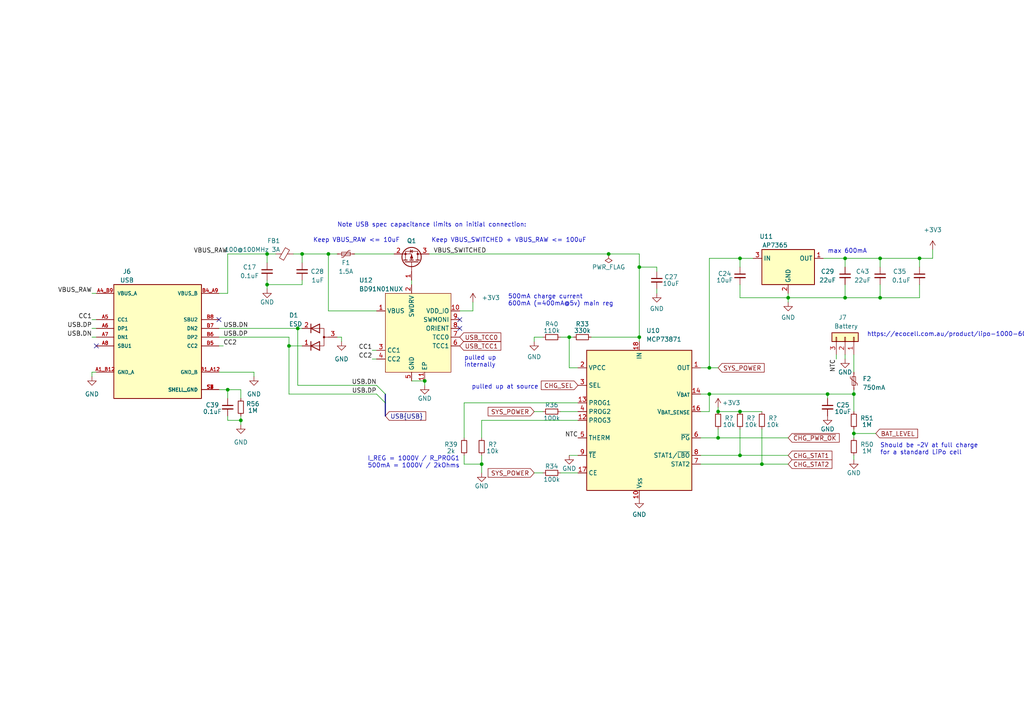
<source format=kicad_sch>
(kicad_sch (version 20230121) (generator eeschema)
  (paper "A4")
  (title_block (title "TANGARA") (date "2023-05-30") (rev "4") (company "made by jacqueline") (comment 1 "SPDX-License-Identifier: CERN-OHL-S-2.0"))
  (lib_symbols
    (symbol "Battery_Management:MCP73871"
      (property "Reference" "U" (at -7.62 24.13 0))
      (property "Value" "MCP73871" (at -15.24 21.59 0))
      (symbol "MCP73871_0_1"
        (rectangle (start -15.24 20.32) (end 15.24 -20.32) (stroke (width 0.254)) (fill (type background)))
      )
      (symbol "MCP73871_1_1"
        (pin power_out line (at 17.78 15.24 180) (length 2.54) (name "OUT") (number "1"))
        (pin power_in line (at 0 -22.86 90) (length 2.54) (name "V_{SS}") (number "10"))
        (pin passive line (at 0 -22.86 90) (length 2.54) hide (name "V_{SS}") (number "11"))
        (pin bidirectional line (at -17.78 0 0) (length 2.54) (name "PROG3") (number "12"))
        (pin bidirectional line (at -17.78 5.08 0) (length 2.54) (name "PROG1") (number "13"))
        (pin power_out line (at 17.78 7.62 180) (length 2.54) (name "V_{BAT}") (number "14"))
        (pin passive line (at 17.78 7.62 180) (length 2.54) hide (name "V_{BAT}") (number "15"))
        (pin input line (at 17.78 2.54 180) (length 2.54) (name "V_{BAT_SENSE}") (number "16"))
        (pin input line (at -17.78 -15.24 0) (length 2.54) (name "CE") (number "17"))
        (pin power_in line (at 0 22.86 270) (length 2.54) (name "IN") (number "18"))
        (pin passive line (at 0 22.86 270) (length 2.54) hide (name "IN") (number "19"))
        (pin input line (at -17.78 15.24 0) (length 2.54) (name "VPCC") (number "2"))
        (pin passive line (at 17.78 15.24 180) (length 2.54) hide (name "OUT") (number "20"))
        (pin passive line (at 0 -22.86 90) (length 2.54) hide (name "V_{SS}") (number "21"))
        (pin input line (at -17.78 10.16 0) (length 2.54) (name "SEL") (number "3"))
        (pin input line (at -17.78 2.54 0) (length 2.54) (name "PROG2") (number "4"))
        (pin bidirectional line (at -17.78 -5.08 0) (length 2.54) (name "THERM") (number "5"))
        (pin open_collector line (at 17.78 -5.08 180) (length 2.54) (name "~{PG}") (number "6"))
        (pin open_collector line (at 17.78 -12.7 180) (length 2.54) (name "STAT2") (number "7"))
        (pin open_collector line (at 17.78 -10.16 180) (length 2.54) (name "STAT1/~{LBO}") (number "8"))
        (pin input line (at -17.78 -10.16 0) (length 2.54) (name "~{TE}") (number "9"))
      )
    )
    (symbol "Connector_Generic:Conn_01x03" (pin_names (offset 1.016) hide)
      (property "Reference" "J" (at 0 5.08 0))
      (property "Value" "Conn_01x03" (at 0 -5.08 0))
      (symbol "Conn_01x03_1_1"
        (rectangle (start -1.27 -2.413) (end 0 -2.667) (stroke (width 0.1524)))
        (rectangle (start -1.27 0.127) (end 0 -0.127) (stroke (width 0.1524)))
        (rectangle (start -1.27 2.667) (end 0 2.413) (stroke (width 0.1524)))
        (rectangle (start -1.27 3.81) (end 1.27 -3.81) (stroke (width 0.254)) (fill (type background)))
        (pin passive line (at -5.08 2.54 0) (length 3.81) (name "Pin_1") (number "1"))
        (pin passive line (at -5.08 0 0) (length 3.81) (name "Pin_2") (number "2"))
        (pin passive line (at -5.08 -2.54 0) (length 3.81) (name "Pin_3") (number "3"))
      )
    )
    (symbol "Device:C_Small" (pin_numbers hide) (pin_names (offset 0.254) hide)
      (property "Reference" "C" (at 0.254 1.778 0))
      (property "Value" "C_Small" (at 0.254 -2.032 0))
      (symbol "C_Small_0_1"
        (polyline (pts (xy -1.524 -0.508) (xy 1.524 -0.508)) (stroke (width 0.3302)))
        (polyline (pts (xy -1.524 0.508) (xy 1.524 0.508)) (stroke (width 0.3048)))
      )
      (symbol "C_Small_1_1"
        (pin passive line (at 0 2.54 270) (length 2.032) (name "~") (number "1"))
        (pin passive line (at 0 -2.54 90) (length 2.032) (name "~") (number "2"))
      )
    )
    (symbol "Device:D_Dual_CommonAnode_KKA_Parallel" (pin_names (offset 0.762) hide)
      (property "Reference" "D" (at 0 5.08 0))
      (property "Value" "D_Dual_CommonAnode_KKA_Parallel" (at 0 -5.08 0))
      (symbol "D_Dual_CommonAnode_KKA_Parallel_0_0"
        (polyline (pts (xy 2.54 -3.81) (xy 2.54 -1.27)) (stroke (width 0.254)))
        (polyline (pts (xy 2.54 1.27) (xy 2.54 3.81)) (stroke (width 0.254)))
      )
      (symbol "D_Dual_CommonAnode_KKA_Parallel_0_1"
        (circle (center -1.27 0) (radius 0.254) (fill (type outline)))
        (polyline (pts (xy -1.27 0) (xy -2.54 0)))
        (polyline (pts (xy 2.54 2.54) (xy -1.27 2.54) (xy -1.27 -2.54) (xy 2.54 -2.54)))
        (polyline (pts (xy 0 -1.27) (xy 2.54 -2.54) (xy 0 -3.81) (xy 0 -1.27) (xy 0 -1.27) (xy 0 -1.27)) (stroke (width 0.254)))
        (polyline (pts (xy 0 3.81) (xy 2.54 2.54) (xy 0 1.27) (xy 0 3.81) (xy 0 3.81) (xy 0 3.81)) (stroke (width 0.254)))
        (pin passive line (at 5.08 2.54 180) (length 2.54) (name "K") (number "1"))
        (pin passive line (at 5.08 -2.54 180) (length 2.54) (name "K") (number "2"))
        (pin passive line (at -5.08 0 0) (length 2.54) (name "A") (number "3"))
      )
    )
    (symbol "Device:Ferrite_Bead_Small" (pin_numbers hide) (pin_names (offset 0))
      (property "Reference" "FB" (at 1.905 1.27 0))
      (property "Value" "Device_Ferrite_Bead_Small" (at 1.905 -1.27 0))
      (symbol "Ferrite_Bead_Small_0_1"
        (polyline (pts (xy 0 -1.27) (xy 0 -0.7874)))
        (polyline (pts (xy 0 0.889) (xy 0 1.2954)))
        (polyline (pts (xy -1.8288 0.2794) (xy -1.1176 1.4986) (xy 1.8288 -0.2032) (xy 1.1176 -1.4224) (xy -1.8288 0.2794)))
      )
      (symbol "Ferrite_Bead_Small_1_1"
        (pin passive line (at 0 2.54 270) (length 1.27) (name "~") (number "1"))
        (pin passive line (at 0 -2.54 90) (length 1.27) (name "~") (number "2"))
      )
    )
    (symbol "Device:Polyfuse_Small" (pin_numbers hide) (pin_names (offset 0))
      (property "Reference" "F" (at -1.905 0 90))
      (property "Value" "Polyfuse_Small" (at 1.905 0 90))
      (symbol "Polyfuse_Small_0_1"
        (rectangle (start -0.508 1.27) (end 0.508 -1.27))
        (polyline (pts (xy 0 2.54) (xy 0 -2.54)))
        (polyline (pts (xy -1.016 1.27) (xy -1.016 0.762) (xy 1.016 -0.762) (xy 1.016 -1.27)))
      )
      (symbol "Polyfuse_Small_1_1"
        (pin passive line (at 0 2.54 270) (length 0.635) (name "~") (number "1"))
        (pin passive line (at 0 -2.54 90) (length 0.635) (name "~") (number "2"))
      )
    )
    (symbol "Device:Q_PMOS_GSD" (pin_names (offset 0) hide)
      (property "Reference" "Q" (at 5.08 1.27 0))
      (property "Value" "Q_PMOS_GSD" (at 5.08 -1.27 0))
      (symbol "Q_PMOS_GSD_0_1"
        (polyline (pts (xy 0.254 0) (xy -2.54 0)))
        (polyline (pts (xy 0.254 1.905) (xy 0.254 -1.905)) (stroke (width 0.254)))
        (polyline (pts (xy 0.762 -1.27) (xy 0.762 -2.286)) (stroke (width 0.254)))
        (polyline (pts (xy 0.762 0.508) (xy 0.762 -0.508)) (stroke (width 0.254)))
        (polyline (pts (xy 0.762 2.286) (xy 0.762 1.27)) (stroke (width 0.254)))
        (polyline (pts (xy 2.54 2.54) (xy 2.54 1.778)))
        (polyline (pts (xy 2.54 -2.54) (xy 2.54 0) (xy 0.762 0)))
        (polyline (pts (xy 0.762 1.778) (xy 3.302 1.778) (xy 3.302 -1.778) (xy 0.762 -1.778)))
        (polyline (pts (xy 2.286 0) (xy 1.27 0.381) (xy 1.27 -0.381) (xy 2.286 0)) (fill (type outline)))
        (polyline (pts (xy 2.794 -0.508) (xy 2.921 -0.381) (xy 3.683 -0.381) (xy 3.81 -0.254)))
        (polyline (pts (xy 3.302 -0.381) (xy 2.921 0.254) (xy 3.683 0.254) (xy 3.302 -0.381)))
        (circle (center 1.651 0) (radius 2.794) (stroke (width 0.254)))
        (circle (center 2.54 -1.778) (radius 0.254) (fill (type outline)))
        (circle (center 2.54 1.778) (radius 0.254) (fill (type outline)))
      )
      (symbol "Q_PMOS_GSD_1_1"
        (pin input line (at -5.08 0 0) (length 2.54) (name "G") (number "1"))
        (pin passive line (at 2.54 -5.08 90) (length 2.54) (name "S") (number "2"))
        (pin passive line (at 2.54 5.08 270) (length 2.54) (name "D") (number "3"))
      )
    )
    (symbol "Device:R_Small" (pin_numbers hide) (pin_names (offset 0.254) hide)
      (property "Reference" "R" (at 0.762 0.508 0))
      (property "Value" "R_Small" (at 0.762 -1.016 0))
      (symbol "R_Small_0_1"
        (rectangle (start -0.762 1.778) (end 0.762 -1.778) (stroke (width 0.2032)))
      )
      (symbol "R_Small_1_1"
        (pin passive line (at 0 2.54 270) (length 0.762) (name "~") (number "1"))
        (pin passive line (at 0 -2.54 90) (length 0.762) (name "~") (number "2"))
      )
    )
    (symbol "power:+3V3" (power) (pin_names (offset 0))
      (property "Value" "+3V3" (at 0 3.556 0))
      (symbol "+3V3_0_1"
        (polyline (pts (xy -0.762 1.27) (xy 0 2.54)))
        (polyline (pts (xy 0 0) (xy 0 2.54)))
        (polyline (pts (xy 0 2.54) (xy 0.762 1.27)))
      )
      (symbol "+3V3_1_1"
        (pin power_in line (at 0 0 90) (length 0) hide (name "+3V3") (number "1"))
      )
    )
    (symbol "power:GND" (power) (pin_names (offset 0))
      (property "Value" "GND" (at 0 -3.81 0))
      (symbol "GND_0_1"
        (polyline (pts (xy 0 0) (xy 0 -1.27) (xy 1.27 -1.27) (xy 0 -2.54) (xy -1.27 -1.27) (xy 0 -1.27)))
      )
      (symbol "GND_1_1"
        (pin power_in line (at 0 0 270) (length 0) hide (name "GND") (number "1"))
      )
    )
    (symbol "power:PWR_FLAG" (power) (pin_numbers hide) (pin_names (offset 0) hide)
      (property "Value" "PWR_FLAG" (at 0 3.81 0))
      (symbol "PWR_FLAG_0_0"
        (pin power_out line (at 0 0 90) (length 0) (name "pwr") (number "1"))
      )
      (symbol "PWR_FLAG_0_1"
        (polyline (pts (xy 0 0) (xy 0 1.27) (xy -1.016 1.905) (xy 0 2.54) (xy 1.016 1.905) (xy 0 1.27)))
      )
    )
    (symbol "symbols:AP7365"
      (property "Reference" "U" (at 0 0 0))
      (symbol "AP7365_1_1"
        (rectangle (start -7.62 3.81) (end 7.62 -6.35) (stroke (width 0.254)) (fill (type background)))
        (pin power_out line (at 10.16 1.27 180) (length 2.54) (name "OUT") (number "1"))
        (pin power_in line (at 0 -8.89 90) (length 2.54) (name "GND") (number "2"))
        (pin power_in line (at -10.16 1.27 0) (length 2.54) (name "IN") (number "3"))
      )
    )
    (symbol "symbols:BD91N01NUX"
      (property "Reference" "U" (at 0 13.97 0))
      (property "Value" "BD91N01NUX" (at 5.08 16.51 0))
      (symbol "BD91N01NUX_0_1"
        (rectangle (start -12.7 12.7) (end 6.35 -10.16) (fill (type background)))
      )
      (symbol "BD91N01NUX_1_1"
        (pin power_in line (at -15.24 7.62 0) (length 2.54) (name "VBUS") (number "1"))
        (pin power_in line (at 8.89 7.62 180) (length 2.54) (name "VDD_IO") (number "10"))
        (pin power_in line (at -1.27 -12.7 90) (length 2.54) (name "EP") (number "11"))
        (pin output line (at -5.08 15.24 270) (length 2.54) (name "SWDRV") (number "2"))
        (pin input line (at -15.24 -3.81 0) (length 2.54) (name "CC1") (number "3"))
        (pin input line (at -15.24 -6.35 0) (length 2.54) (name "CC2") (number "4"))
        (pin power_in line (at -5.08 -12.7 90) (length 2.54) (name "GND") (number "5"))
        (pin output line (at 8.89 -2.54 180) (length 2.54) (name "TCC1") (number "6"))
        (pin output line (at 8.89 0 180) (length 2.54) (name "TCC0") (number "7"))
        (pin output line (at 8.89 2.54 180) (length 2.54) (name "ORIENT") (number "8"))
        (pin output line (at 8.89 5.08 180) (length 2.54) (name "SWMONI") (number "9"))
      )
    )
    (symbol "symbols:USB4510-03-1-A_REVA" (pin_names (offset 1.016))
      (property "Reference" "J" (at -12.7 16.002 0))
      (property "Value" "USB4510-03-1-A_REVA" (at -12.7 -18.542 0))
      (symbol "USB4510-03-1-A_REVA_0_0"
        (rectangle (start -12.7 -17.78) (end 12.7 15.24) (stroke (width 0.254)) (fill (type background)))
        (pin power_in line (at -17.78 -10.16 0) (length 5.08) (name "GND_A") (number "A1_B12"))
        (pin power_in line (at -17.78 12.7 0) (length 5.08) (name "VBUS_A") (number "A4_B9"))
        (pin bidirectional line (at -17.78 5.08 0) (length 5.08) (name "CC1") (number "A5"))
        (pin bidirectional line (at -17.78 2.54 0) (length 5.08) (name "DP1") (number "A6"))
        (pin bidirectional line (at -17.78 0 0) (length 5.08) (name "DN1") (number "A7"))
        (pin bidirectional line (at -17.78 -2.54 0) (length 5.08) (name "SBU1") (number "A8"))
        (pin power_in line (at 17.78 -10.16 180) (length 5.08) (name "GND_B") (number "B1_A12"))
        (pin power_in line (at 17.78 12.7 180) (length 5.08) (name "VBUS_B") (number "B4_A9"))
        (pin bidirectional line (at 17.78 -2.54 180) (length 5.08) (name "CC2") (number "B5"))
        (pin bidirectional line (at 17.78 0 180) (length 5.08) (name "DP2") (number "B6"))
        (pin bidirectional line (at 17.78 2.54 180) (length 5.08) (name "DN2") (number "B7"))
        (pin bidirectional line (at 17.78 5.08 180) (length 5.08) (name "SBU2") (number "B8"))
        (pin power_in line (at 17.78 -15.24 180) (length 5.08) (name "SHELL_GND") (number "S1"))
        (pin power_in line (at 17.78 -15.24 180) (length 5.08) (name "SHELL_GND") (number "S2"))
        (pin power_in line (at 17.78 -15.24 180) (length 5.08) (name "SHELL_GND") (number "S3"))
        (pin power_in line (at 17.78 -15.24 180) (length 5.08) (name "SHELL_GND") (number "S4"))
      )
    )
  )
  (junction (at 247.65 125.73))
  (junction (at 266.7 74.93))
  (junction (at 69.85 121.92))
  (junction (at 86.36 95.25))
  (junction (at 205.74 114.3))
  (junction (at 245.11 74.93))
  (junction (at 240.03 114.3))
  (junction (at 77.47 73.66))
  (junction (at 255.27 74.93))
  (junction (at 208.28 127))
  (junction (at 214.63 132.08))
  (junction (at 83.82 100.33))
  (junction (at 220.98 134.62))
  (junction (at 176.53 73.66))
  (junction (at 95.25 73.66))
  (junction (at 87.63 73.66))
  (junction (at 255.27 86.36))
  (junction (at 214.63 74.93))
  (junction (at 185.42 97.79))
  (junction (at 247.65 114.3))
  (junction (at 205.74 106.68))
  (junction (at 77.47 82.55))
  (junction (at 165.1 97.79))
  (junction (at 123.19 110.49))
  (junction (at 214.63 119.38))
  (junction (at 66.04 113.03))
  (junction (at 228.6 86.36))
  (junction (at 208.28 119.38))
  (junction (at 185.42 77.47))
  (junction (at 139.7 134.62))
  (junction (at 245.11 86.36))
  (no_connect (at 27.94 100.33))
  (no_connect (at 133.35 92.71))
  (no_connect (at 133.35 95.25))
  (no_connect (at 63.5 92.71))
  (bus_entry (at 109.22 111.76) (size 2.54 2.54))
  (bus_entry (at 109.22 114.3) (size 2.54 2.54))
  (wire (pts (xy 66.04 73.66) (xy 66.04 85.09)))
  (wire (pts (xy 95.25 73.66) (xy 95.25 90.17)))
  (wire (pts (xy 245.11 77.47) (xy 245.11 74.93)))
  (wire (pts (xy 66.04 121.92) (xy 69.85 121.92)))
  (wire (pts (xy 87.63 81.28) (xy 87.63 82.55)))
  (wire (pts (xy 154.94 137.16) (xy 157.48 137.16)))
  (wire (pts (xy 77.47 82.55) (xy 77.47 83.82)))
  (wire (pts (xy 205.74 74.93) (xy 214.63 74.93)))
  (wire (pts (xy 157.48 97.79) (xy 154.94 97.79)))
  (wire (pts (xy 247.65 113.03) (xy 247.65 114.3)))
  (wire (pts (xy 228.6 86.36) (xy 245.11 86.36)))
  (wire (pts (xy 266.7 74.93) (xy 270.51 74.93)))
  (wire (pts (xy 203.2 132.08) (xy 214.63 132.08)))
  (wire (pts (xy 69.85 113.03) (xy 69.85 115.57)))
  (wire (pts (xy 171.45 97.79) (xy 185.42 97.79)))
  (wire (pts (xy 247.65 114.3) (xy 247.65 119.38)))
  (wire (pts (xy 266.7 82.55) (xy 266.7 86.36)))
  (wire (pts (xy 165.1 106.68) (xy 165.1 97.79)))
  (wire (pts (xy 208.28 124.46) (xy 208.28 127)))
  (wire (pts (xy 139.7 134.62) (xy 139.7 137.16)))
  (wire (pts (xy 66.04 113.03) (xy 69.85 113.03)))
  (wire (pts (xy 107.95 101.6) (xy 109.22 101.6)))
  (wire (pts (xy 95.25 73.66) (xy 97.79 73.66)))
  (wire (pts (xy 167.64 106.68) (xy 165.1 106.68)))
  (wire (pts (xy 63.5 95.25) (xy 86.36 95.25)))
  (wire (pts (xy 176.53 73.66) (xy 185.42 73.66)))
  (wire (pts (xy 214.63 86.36) (xy 228.6 86.36)))
  (bus (pts (xy 111.76 116.84) (xy 111.76 120.65)))
  (wire (pts (xy 139.7 132.08) (xy 139.7 134.62)))
  (wire (pts (xy 77.47 81.28) (xy 77.47 82.55)))
  (wire (pts (xy 242.57 104.14) (xy 242.57 102.87)))
  (wire (pts (xy 203.2 134.62) (xy 220.98 134.62)))
  (wire (pts (xy 245.11 102.87) (xy 245.11 104.14)))
  (wire (pts (xy 238.76 74.93) (xy 245.11 74.93)))
  (wire (pts (xy 119.38 81.28) (xy 119.38 82.55)))
  (wire (pts (xy 214.63 77.47) (xy 214.63 74.93)))
  (wire (pts (xy 83.82 114.3) (xy 83.82 100.33)))
  (wire (pts (xy 133.35 90.17) (xy 137.16 90.17)))
  (wire (pts (xy 167.64 137.16) (xy 162.56 137.16)))
  (wire (pts (xy 185.42 77.47) (xy 185.42 97.79)))
  (wire (pts (xy 255.27 74.93) (xy 255.27 77.47)))
  (wire (pts (xy 86.36 111.76) (xy 109.22 111.76)))
  (wire (pts (xy 165.1 132.08) (xy 167.64 132.08)))
  (wire (pts (xy 26.67 107.95) (xy 26.67 109.22)))
  (wire (pts (xy 77.47 73.66) (xy 77.47 76.2)))
  (wire (pts (xy 247.65 132.08) (xy 247.65 133.35)))
  (wire (pts (xy 228.6 86.36) (xy 228.6 85.09)))
  (wire (pts (xy 119.38 110.49) (xy 123.19 110.49)))
  (wire (pts (xy 87.63 76.2) (xy 87.63 73.66)))
  (wire (pts (xy 124.46 73.66) (xy 176.53 73.66)))
  (wire (pts (xy 64.77 100.33) (xy 63.5 100.33)))
  (wire (pts (xy 266.7 74.93) (xy 266.7 77.47)))
  (wire (pts (xy 167.64 121.92) (xy 139.7 121.92)))
  (wire (pts (xy 83.82 100.33) (xy 83.82 97.79)))
  (wire (pts (xy 102.87 73.66) (xy 114.3 73.66)))
  (wire (pts (xy 77.47 73.66) (xy 80.01 73.66)))
  (wire (pts (xy 228.6 87.63) (xy 228.6 86.36)))
  (wire (pts (xy 66.04 73.66) (xy 77.47 73.66)))
  (wire (pts (xy 214.63 74.93) (xy 218.44 74.93)))
  (wire (pts (xy 214.63 132.08) (xy 228.6 132.08)))
  (wire (pts (xy 154.94 97.79) (xy 154.94 99.06)))
  (wire (pts (xy 69.85 121.92) (xy 69.85 123.19)))
  (wire (pts (xy 214.63 119.38) (xy 220.98 119.38)))
  (wire (pts (xy 240.03 114.3) (xy 247.65 114.3)))
  (wire (pts (xy 208.28 118.11) (xy 208.28 119.38)))
  (wire (pts (xy 66.04 113.03) (xy 66.04 115.57)))
  (wire (pts (xy 190.5 78.74) (xy 190.5 77.47)))
  (wire (pts (xy 63.5 85.09) (xy 66.04 85.09)))
  (wire (pts (xy 205.74 119.38) (xy 205.74 114.3)))
  (wire (pts (xy 83.82 114.3) (xy 109.22 114.3)))
  (wire (pts (xy 203.2 127) (xy 208.28 127)))
  (wire (pts (xy 139.7 121.92) (xy 139.7 127)))
  (wire (pts (xy 245.11 82.55) (xy 245.11 86.36)))
  (wire (pts (xy 162.56 119.38) (xy 167.64 119.38)))
  (wire (pts (xy 86.36 95.25) (xy 86.36 111.76)))
  (wire (pts (xy 255.27 74.93) (xy 266.7 74.93)))
  (wire (pts (xy 137.16 90.17) (xy 137.16 87.63)))
  (wire (pts (xy 214.63 82.55) (xy 214.63 86.36)))
  (wire (pts (xy 190.5 77.47) (xy 185.42 77.47)))
  (wire (pts (xy 185.42 97.79) (xy 185.42 99.06)))
  (wire (pts (xy 83.82 100.33) (xy 87.63 100.33)))
  (wire (pts (xy 247.65 125.73) (xy 247.65 124.46)))
  (wire (pts (xy 270.51 72.39) (xy 270.51 74.93)))
  (wire (pts (xy 66.04 120.65) (xy 66.04 121.92)))
  (wire (pts (xy 203.2 119.38) (xy 205.74 119.38)))
  (wire (pts (xy 134.62 132.08) (xy 134.62 134.62)))
  (wire (pts (xy 205.74 74.93) (xy 205.74 106.68)))
  (wire (pts (xy 205.74 114.3) (xy 240.03 114.3)))
  (wire (pts (xy 87.63 82.55) (xy 77.47 82.55)))
  (wire (pts (xy 247.65 125.73) (xy 254 125.73)))
  (wire (pts (xy 167.64 116.84) (xy 134.62 116.84)))
  (wire (pts (xy 165.1 97.79) (xy 166.37 97.79)))
  (wire (pts (xy 99.06 97.79) (xy 99.06 99.06)))
  (wire (pts (xy 247.65 127) (xy 247.65 125.73)))
  (wire (pts (xy 63.5 97.79) (xy 83.82 97.79)))
  (wire (pts (xy 190.5 83.82) (xy 190.5 85.09)))
  (wire (pts (xy 26.67 92.71) (xy 27.94 92.71)))
  (wire (pts (xy 63.5 107.95) (xy 73.66 107.95)))
  (wire (pts (xy 205.74 106.68) (xy 208.28 106.68)))
  (wire (pts (xy 123.19 110.49) (xy 123.19 111.76)))
  (wire (pts (xy 63.5 113.03) (xy 66.04 113.03)))
  (wire (pts (xy 203.2 106.68) (xy 205.74 106.68)))
  (wire (pts (xy 214.63 124.46) (xy 214.63 132.08)))
  (wire (pts (xy 27.94 107.95) (xy 26.67 107.95)))
  (bus (pts (xy 111.76 114.3) (xy 111.76 116.84)))
  (wire (pts (xy 185.42 73.66) (xy 185.42 77.47)))
  (wire (pts (xy 245.11 86.36) (xy 255.27 86.36)))
  (wire (pts (xy 255.27 82.55) (xy 255.27 86.36)))
  (wire (pts (xy 220.98 134.62) (xy 228.6 134.62)))
  (wire (pts (xy 247.65 102.87) (xy 247.65 107.95)))
  (wire (pts (xy 208.28 127) (xy 228.6 127)))
  (wire (pts (xy 154.94 119.38) (xy 157.48 119.38)))
  (wire (pts (xy 69.85 120.65) (xy 69.85 121.92)))
  (wire (pts (xy 134.62 134.62) (xy 139.7 134.62)))
  (wire (pts (xy 240.03 114.3) (xy 240.03 115.57)))
  (wire (pts (xy 26.67 97.79) (xy 27.94 97.79)))
  (wire (pts (xy 97.79 97.79) (xy 99.06 97.79)))
  (wire (pts (xy 255.27 86.36) (xy 266.7 86.36)))
  (wire (pts (xy 26.67 95.25) (xy 27.94 95.25)))
  (wire (pts (xy 208.28 119.38) (xy 214.63 119.38)))
  (wire (pts (xy 220.98 124.46) (xy 220.98 134.62)))
  (wire (pts (xy 87.63 73.66) (xy 95.25 73.66)))
  (wire (pts (xy 86.36 95.25) (xy 87.63 95.25)))
  (wire (pts (xy 26.67 85.09) (xy 27.94 85.09)))
  (wire (pts (xy 134.62 116.84) (xy 134.62 127)))
  (wire (pts (xy 162.56 97.79) (xy 165.1 97.79)))
  (wire (pts (xy 107.95 104.14) (xy 109.22 104.14)))
  (wire (pts (xy 73.66 107.95) (xy 73.66 109.22)))
  (wire (pts (xy 85.09 73.66) (xy 87.63 73.66)))
  (wire (pts (xy 109.22 90.17) (xy 95.25 90.17)))
  (wire (pts (xy 245.11 74.93) (xy 255.27 74.93)))
  (wire (pts (xy 203.2 114.3) (xy 205.74 114.3)))
  (text "https://ecocell.com.au/product/lipo-1000-603450-3w/" (at 251.46 97.79 0) (effects (font (size 1.27 1.27)) (justify left bottom)))
  (text "max 600mA" (at 240.03 73.66 0) (effects (font (size 1.27 1.27)) (justify left bottom)))
  (text "500mA charge current\n600mA (=400mA@5v) main reg" (at 147.32 88.9 0) (effects (font (size 1.27 1.27)) (justify left bottom)))
  (text "pulled up\ninternally" (at 134.62 106.68 0) (effects (font (size 1.27 1.27)) (justify left bottom)))
  (text "Should be ~2V at full charge\nfor a standard LiPo cell" (at 255.27 132.08 0) (effects (font (size 1.27 1.27)) (justify left bottom)))
  (text "pulled up at source" (at 156.21 113.03 0) (effects (font (size 1.27 1.27)) (justify right bottom)))
  (text "I_REG = 1000V / R_PROG1\n500mA = 1000V / 2kOhms" (at 133.35 135.89 0) (effects (font (size 1.27 1.27)) (justify right bottom)))
  (text "Keep VBUS_RAW <= 10uF" (at 90.805 70.485 0) (effects (font (size 1.27 1.27)) (justify left bottom)))
  (text "Keep VBUS_SWITCHED + VBUS_RAW <= 100uF" (at 125.095 70.485 0) (effects (font (size 1.27 1.27)) (justify left bottom)))
  (text "Note USB spec capacitance limits on initial connection:" (at 97.79 66.04 0) (effects (font (size 1.27 1.27)) (justify left bottom)))
  (label "CC2" (at 107.95 104.14 180))
  (label "USB.DP" (at 26.67 95.25 180))
  (label "NTC" (at 167.64 127 180))
  (label "VBUS_RAW" (at 66.04 73.66 180))
  (label "USB.DP" (at 109.22 114.3 180))
  (label "CC1" (at 26.67 92.71 180))
  (label "USB.DN" (at 26.67 97.79 180))
  (label "VBUS_SWITCHED" (at 125.73 73.66 0))
  (label "VBUS_RAW" (at 26.67 85.09 180))
  (label "CC2" (at 64.77 100.33 0))
  (label "CC1" (at 107.95 101.6 180))
  (label "NTC" (at 242.57 104.14 270))
  (label "USB.DN" (at 109.22 111.76 180))
  (label "USB.DN" (at 64.77 95.25 0))
  (label "USB.DP" (at 64.77 97.79 0))
  (global_label "~{CHG_PWR_OK}" (shape input) (at 228.6 127 0) (property "Intersheetrefs" "${INTERSHEET_REFS}" (effects hide)))
  (global_label "SYS_POWER" (shape input) (at 154.94 137.16 180) (property "Intersheetrefs" "${INTERSHEET_REFS}" (effects hide)))
  (global_label "CHG_STAT2" (shape input) (at 228.6 134.62 0) (property "Intersheetrefs" "${INTERSHEET_REFS}" (effects hide)))
  (global_label "USB_TCC0" (shape input) (at 133.35 97.79 0) (property "Intersheetrefs" "${INTERSHEET_REFS}" (effects hide)))
  (global_label "SYS_POWER" (shape input) (at 154.94 119.38 180) (property "Intersheetrefs" "${INTERSHEET_REFS}" (effects hide)))
  (global_label "USB_TCC1" (shape input) (at 133.35 100.33 0) (property "Intersheetrefs" "${INTERSHEET_REFS}" (effects hide)))
  (global_label "CHG_SEL" (shape input) (at 167.64 111.76 180) (property "Intersheetrefs" "${INTERSHEET_REFS}" (effects hide)))
  (global_label "CHG_STAT1" (shape input) (at 228.6 132.08 0) (property "Intersheetrefs" "${INTERSHEET_REFS}" (effects hide)))
  (global_label "BAT_LEVEL" (shape input) (at 254 125.73 0) (property "Intersheetrefs" "${INTERSHEET_REFS}" (effects hide)))
  (global_label "SYS_POWER" (shape input) (at 208.28 106.68 0) (property "Intersheetrefs" "${INTERSHEET_REFS}" (effects hide)))
  (global_label "USB{USB}" (shape input) (at 111.76 120.65 0) (property "Intersheetrefs" "${INTERSHEET_REFS}" (effects hide)))
  (symbol (lib_id "Device:R_Small") (at 247.65 129.54 0) (unit 1)
    (property "Reference" "R50" (at 251.46 128.905 0))
    (property "Value" "1M" (at 251.46 130.81 0))
    (property "Footprint" "Resistor_SMD:R_0603_1608Metric" (effects hide))
    (property "MPN" "AC0603FR-131ML" (effects hide))
  )
  (symbol (lib_id "symbols:BD91N01NUX") (at 124.46 97.79 0) (unit 1)
    (property "Reference" "U12" (at 104.14 81.28 0) (effects (justify left)))
    (property "Value" "BD91N01NUX" (at 104.14 83.82 0) (effects (justify left)))
    (property "Footprint" "footprints:BD91N01NUX-E2" (effects hide))
    (property "MPN" "BD91N01NUX" (effects hide))
  )
  (symbol (lib_id "power:GND") (at 69.85 123.19 0) (unit 1)
    (property "Reference" "#PWR050" (effects hide))
    (property "Value" "GND" (at 69.85 128.27 0))
  )
  (symbol (lib_id "power:GND") (at 77.47 83.82 0) (unit 1)
    (property "Reference" "#PWR0202" (effects hide))
    (property "Value" "GND" (at 77.47 87.63 0))
  )
  (symbol (lib_id "power:+3V3") (at 208.28 118.11 0) (unit 1)
    (property "Reference" "#PWR0124" (effects hide))
    (property "Value" "+3V3" (at 212.09 116.84 0))
    (instances (project "gay-ipod" (path "" (reference "#PWR0124") (unit 1)) (path "" (reference "#PWR04") (unit 1))))
  )
  (symbol (lib_id "power:+3V3") (at 270.51 72.39 0) (unit 1)
    (property "Reference" "#PWR0217" (effects hide))
    (property "Value" "+3V3" (at 270.51 66.675 0))
  )
  (symbol (lib_id "Device:C_Small") (at 255.27 80.01 0) (unit 1)
    (property "Reference" "C43" (at 250.19 78.74 0))
    (property "Value" "22uF" (at 250.19 81.28 0))
    (property "Footprint" "Capacitor_SMD:C_1206_3216Metric" (effects hide))
    (property "MPN" "GRM319R61C226KE15D" (effects hide))
  )
  (symbol (lib_id "Device:R_Small") (at 139.7 129.54 0) (unit 1)
    (property "Reference" "R?" (at 142.875 128.905 0))
    (property "Value" "10k" (at 142.875 130.81 0))
    (property "Footprint" "Resistor_SMD:R_0603_1608Metric" (effects hide))
    (property "MPN" "AC0603JR-0710KL" (effects hide))
    (instances (project "gay-ipod" (path "" (reference "R?") (unit 1)) (path "" (reference "R23") (unit 1)) (path "" (reference "R35") (unit 1))))
  )
  (symbol (lib_id "Device:C_Small") (at 214.63 80.01 0) (unit 1)
    (property "Reference" "C24" (at 210.185 79.375 0))
    (property "Value" "10uF" (at 210.185 81.28 0))
    (property "Footprint" "Capacitor_SMD:C_0805_2012Metric" (effects hide))
    (property "MPN" "GRM21BR61C106KE15K" (effects hide))
  )
  (symbol (lib_id "Device:R_Small") (at 160.02 137.16 90) (unit 1)
    (property "Reference" "R34" (at 160.02 135.255 90))
    (property "Value" "100k" (at 160.02 139.065 90))
    (property "Footprint" "Resistor_SMD:R_0603_1608Metric" (effects hide))
    (property "MPN" "RC0603JR-10100KL" (effects hide))
  )
  (symbol (lib_id "Device:Ferrite_Bead_Small") (at 82.55 73.66 90) (unit 1)
    (property "Reference" "FB1" (at 81.28 69.85 90) (effects (justify left)))
    (property "Value" "100@100MHz 3A" (at 81.28 72.39 90) (effects (justify left)))
    (property "Footprint" "Inductor_SMD:L_0603_1608Metric" (effects hide))
    (property "MPN" "BLM18KG101TN1D" (effects hide))
    (instances (project "gay-ipod" (path "" (reference "FB1") (unit 1))) (project "reform2-motherboard" (path "" (reference "FB17") (unit 1))))
  )
  (symbol (lib_id "power:GND") (at 245.11 104.14 0) (unit 1)
    (property "Reference" "#PWR0213" (effects hide))
    (property "Value" "GND" (at 245.11 107.95 0))
  )
  (symbol (lib_id "Device:C_Small") (at 240.03 118.11 0) (mirror y) (unit 1)
    (property "Reference" "C25" (at 244.475 117.475 0))
    (property "Value" "10uF" (at 244.475 119.38 0))
    (property "Footprint" "Capacitor_SMD:C_0805_2012Metric" (effects hide))
    (property "MPN" "GRM21BR61C106KE15K" (effects hide))
  )
  (symbol (lib_id "Device:D_Dual_CommonAnode_KKA_Parallel") (at 92.71 97.79 180) (unit 1)
    (property "Reference" "D1" (at 83.82 91.44 0) (effects (justify right)))
    (property "Value" "ESD" (at 83.82 93.98 0) (effects (justify right)))
    (property "Footprint" "Package_TO_SOT_SMD:SOT-23" (effects hide))
    (property "MPN" "PESD2USB3UV-TR" (effects hide))
  )
  (symbol (lib_id "Battery_Management:MCP73871") (at 185.42 121.92 0) (unit 1)
    (property "Reference" "U10" (at 187.4394 95.885 0) (effects (justify left)))
    (property "Value" "MCP73871" (at 187.4394 98.425 0) (effects (justify left)))
    (property "Footprint" "Package_DFN_QFN:QFN-20-1EP_4x4mm_P0.5mm_EP2.5x2.5mm_ThermalVias" (effects hide))
    (property "Datasheet" "http://www.mouser.com/ds/2/268/22090a-52174.pdf" (effects hide))
    (property "MPN" "MCP73871-2CCI/ML" (effects hide))
  )
  (symbol (lib_id "power:PWR_FLAG") (at 176.53 73.66 180) (unit 1)
    (property "Reference" "#FLG0202" (effects hide))
    (property "Value" "PWR_FLAG" (at 176.53 77.47 0))
  )
  (symbol (lib_id "power:GND") (at 99.06 99.06 0) (unit 1)
    (property "Reference" "#PWR0203" (effects hide))
    (property "Value" "GND" (at 99.06 104.14 0))
  )
  (symbol (lib_id "power:GND") (at 73.66 109.22 0) (unit 1)
    (property "Reference" "#PWR0201" (effects hide))
    (property "Value" "GND" (at 73.66 114.3 0))
  )
  (symbol (lib_id "power:GND") (at 165.1 132.08 0) (unit 1)
    (property "Reference" "#PWR0208" (effects hide))
    (property "Value" "GND" (at 165.1 135.89 0))
  )
  (symbol (lib_id "Device:R_Small") (at 247.65 121.92 0) (unit 1)
    (property "Reference" "R51" (at 251.46 121.285 0))
    (property "Value" "1M" (at 251.46 123.19 0))
    (property "Footprint" "Resistor_SMD:R_0603_1608Metric" (effects hide))
    (property "MPN" "AC0603FR-131ML" (effects hide))
  )
  (symbol (lib_id "Device:R_Small") (at 134.62 129.54 0) (mirror y) (unit 1)
    (property "Reference" "R39" (at 130.81 128.905 0))
    (property "Value" "2k" (at 130.81 130.81 0))
    (property "Footprint" "Resistor_SMD:R_0603_1608Metric" (effects hide))
    (property "MPN" "ERJ-3RBD2001V " (effects hide))
  )
  (symbol (lib_id "Device:C_Small") (at 190.5 81.28 0) (mirror y) (unit 1)
    (property "Reference" "C27" (at 194.6275 80.3275 0))
    (property "Value" "10uF" (at 194.6275 82.2325 0))
    (property "Footprint" "Capacitor_SMD:C_0805_2012Metric" (effects hide))
    (property "MPN" "GRM21BR61C106KE15K" (effects hide))
  )
  (symbol (lib_id "Device:R_Small") (at 160.02 119.38 90) (unit 1)
    (property "Reference" "R36" (at 160.02 117.475 90))
    (property "Value" "100k" (at 160.02 121.285 90))
    (property "Footprint" "Resistor_SMD:R_0603_1608Metric" (effects hide))
    (property "MPN" "RC0603JR-10100KL" (effects hide))
  )
  (symbol (lib_id "Device:C_Small") (at 266.7 80.01 0) (mirror y) (unit 1)
    (property "Reference" "C35" (at 262.89 78.74 0) (effects (justify left)))
    (property "Value" "0.1uF" (at 264.16 81.2862 0) (effects (justify left)))
    (property "Footprint" "Capacitor_SMD:C_0603_1608Metric" (effects hide))
    (property "MPN" "GCM188R71C104KA37J" (effects hide))
    (instances (project "gay-ipod" (path "" (reference "C35") (unit 1)) (path "" (reference "C22") (unit 1))))
  )
  (symbol (lib_id "power:+3V3") (at 137.16 87.63 0) (unit 1)
    (property "Reference" "#PWR0205" (effects hide))
    (property "Value" "+3V3" (at 139.7 86.3599 0) (effects (justify left)))
  )
  (symbol (lib_id "Device:R_Small") (at 160.02 97.79 90) (unit 1)
    (property "Reference" "R40" (at 160.02 93.98 90))
    (property "Value" "110k" (at 160.02 95.885 90))
    (property "Footprint" "Resistor_SMD:R_0603_1608Metric" (effects hide))
    (property "MPN" "AC0603FR-07110KL" (effects hide))
  )
  (symbol (lib_id "power:GND") (at 123.19 111.76 0) (unit 1)
    (property "Reference" "#PWR0204" (effects hide))
    (property "Value" "GND" (at 123.19 115.57 0))
  )
  (symbol (lib_id "power:GND") (at 26.67 109.22 0) (unit 1)
    (property "Reference" "#PWR011" (effects hide))
    (property "Value" "GND" (at 26.67 114.3 0))
  )
  (symbol (lib_id "Device:Polyfuse_Small") (at 247.65 110.49 0) (unit 1)
    (property "Reference" "F2" (at 250.19 109.855 0) (effects (justify left)))
    (property "Value" "750mA" (at 250.19 112.395 0) (effects (justify left)))
    (property "Footprint" "Fuse:Fuse_1206_3216Metric" (effects hide))
    (property "MPN" "SMD1206B075TF" (effects hide))
  )
  (symbol (lib_id "Device:Q_PMOS_GSD") (at 119.38 76.2 270) (mirror x) (unit 1)
    (property "Reference" "Q1" (at 119.38 69.85 90))
    (property "Value" "PMV48XPA2R" (effects hide))
    (property "Footprint" "Package_TO_SOT_SMD:TSOT-23" (effects hide))
    (property "MPN" "PMV48XPA2R" (effects hide))
  )
  (symbol (lib_id "Device:Polyfuse_Small") (at 100.33 73.66 270) (unit 1)
    (property "Reference" "F1" (at 100.33 76.2 90))
    (property "Value" "1.5A" (at 100.33 78.74 90))
    (property "Footprint" "Fuse:Fuse_1206_3216Metric" (effects hide))
    (property "MPN" "SMD1206B150TFT" (effects hide))
  )
  (symbol (lib_id "Device:R_Small") (at 214.63 121.92 0) (unit 1)
    (property "Reference" "R?" (at 217.805 121.285 0))
    (property "Value" "10k" (at 217.805 123.19 0))
    (property "Footprint" "Resistor_SMD:R_0603_1608Metric" (effects hide))
    (property "MPN" "AC0603JR-0710KL" (effects hide))
    (instances (project "gay-ipod" (path "" (reference "R?") (unit 1)) (path "" (reference "R23") (unit 1)) (path "" (reference "R37") (unit 1))))
  )
  (symbol (lib_id "power:GND") (at 139.7 137.16 0) (unit 1)
    (property "Reference" "#PWR0206" (effects hide))
    (property "Value" "GND" (at 139.7 140.97 0))
  )
  (symbol (lib_id "Device:R_Small") (at 69.85 118.11 0) (mirror x) (unit 1)
    (property "Reference" "R56" (at 73.3425 117.1575 0))
    (property "Value" "1M" (at 73.3425 119.0625 0))
    (property "Footprint" "Resistor_SMD:R_0603_1608Metric" (effects hide))
    (property "MPN" "AC0603FR-131ML" (effects hide))
    (instances (project "gay-ipod" (path "" (reference "R56") (unit 1)) (path "" (reference "R1") (unit 1))))
  )
  (symbol (lib_id "power:GND") (at 240.03 120.65 0) (mirror y) (unit 1)
    (property "Reference" "#PWR0211" (effects hide))
    (property "Value" "GND" (at 240.03 124.46 0))
  )
  (symbol (lib_id "symbols:AP7365") (at 228.6 76.2 0) (unit 1)
    (property "Reference" "U11" (at 222.25 68.58 0))
    (property "Value" "AP7365" (at 224.79 71.12 0))
    (property "Footprint" "Package_TO_SOT_SMD:SOT-89-3" (effects hide))
    (property "MPN" "AP7365-33YG-13 " (effects hide))
  )
  (symbol (lib_id "Device:C_Small") (at 77.47 78.74 0) (unit 1)
    (property "Reference" "C17" (at 72.39 77.47 0))
    (property "Value" "0.1uF" (at 72.39 80.01 0))
    (property "Footprint" "Capacitor_SMD:C_0603_1608Metric" (effects hide))
    (property "MPN" "GCM188R71C104KA37J" (effects hide))
    (instances (project "gay-ipod" (path "" (reference "C17") (unit 1)) (path "" (reference "C37") (unit 1))) (project "audio" (path "" (reference "C14") (unit 1))))
  )
  (symbol (lib_id "power:GND") (at 228.6 87.63 0) (unit 1)
    (property "Reference" "#PWR01" (effects hide))
    (property "Value" "GND" (at 228.6 92.075 0))
  )
  (symbol (lib_id "Device:C_Small") (at 66.04 118.11 0) (mirror y) (unit 1)
    (property "Reference" "C39" (at 61.595 117.475 0))
    (property "Value" "0.1uF" (at 61.595 119.38 0))
    (property "Footprint" "Capacitor_SMD:C_0603_1608Metric" (effects hide))
    (property "MPN" "GCM188R71C104KA37J" (effects hide))
    (instances (project "gay-ipod" (path "" (reference "C39") (unit 1)) (path "" (reference "C46") (unit 1))))
  )
  (symbol (lib_id "Device:C_Small") (at 87.63 78.74 180) (unit 1)
    (property "Reference" "C28" (at 93.98 78.74 0) (effects (justify left)))
    (property "Value" "1uF" (at 93.98 81.28 0) (effects (justify left)))
    (property "Footprint" "Capacitor_SMD:C_0805_2012Metric" (effects hide))
    (property "MPN" "GRM216R61C105KA88D" (effects hide))
  )
  (symbol (lib_id "Device:R_Small") (at 168.91 97.79 90) (unit 1)
    (property "Reference" "R33" (at 168.91 93.98 90))
    (property "Value" "330k" (at 168.91 95.885 90))
    (property "Footprint" "Resistor_SMD:R_0603_1608Metric" (effects hide))
    (property "MPN" "RT0603FRE07330KL" (effects hide))
  )
  (symbol (lib_id "power:GND") (at 154.94 99.06 0) (unit 1)
    (property "Reference" "#PWR0207" (effects hide))
    (property "Value" "GND" (at 154.94 103.505 0))
  )
  (symbol (lib_id "Device:C_Small") (at 245.11 80.01 0) (unit 1)
    (property "Reference" "C29" (at 240.03 78.74 0))
    (property "Value" "22uF" (at 240.03 81.28 0))
    (property "Footprint" "Capacitor_SMD:C_1206_3216Metric" (effects hide))
    (property "MPN" "GRM319R61C226KE15D" (effects hide))
  )
  (symbol (lib_id "power:GND") (at 247.65 133.35 0) (unit 1)
    (property "Reference" "#PWR0214" (effects hide))
    (property "Value" "GND" (at 247.65 137.16 0))
  )
  (symbol (lib_id "symbols:USB4510-03-1-A_REVA") (at 45.72 97.79 0) (unit 1)
    (property "Reference" "J6" (at 36.83 78.74 0))
    (property "Value" "USB" (at 36.83 81.28 0))
    (property "Footprint" "footprints:GCT_USB4510-03-1-A_REVA" (effects hide))
    (property "Datasheet" "https://www.usb.org/sites/default/files/documents/usb_type-c.zip" (effects hide))
    (property "MPN" "USB4510-03-1-A" (effects hide))
    (property "PARTREV" "A" (effects hide))
    (property "STANDARD" "Manufacturer Recommendations" (effects hide))
    (property "MAXIMUM_PACKAGE_HEIGHT" "2.46mm" (effects hide))
    (property "MANUFACTURER" "GCT" (effects hide))
  )
  (symbol (lib_id "power:GND") (at 185.42 144.78 0) (unit 1)
    (property "Reference" "#PWR0210" (effects hide))
    (property "Value" "GND" (at 185.42 149.225 0))
  )
  (symbol (lib_id "power:GND") (at 190.5 85.09 0) (mirror y) (unit 1)
    (property "Reference" "#PWR0209" (effects hide))
    (property "Value" "GND" (at 190.5 89.535 0))
  )
  (symbol (lib_id "Device:R_Small") (at 220.98 121.92 0) (unit 1)
    (property "Reference" "R?" (at 224.155 121.285 0))
    (property "Value" "10k" (at 224.155 123.19 0))
    (property "Footprint" "Resistor_SMD:R_0603_1608Metric" (effects hide))
    (property "MPN" "AC0603JR-0710KL" (effects hide))
    (instances (project "gay-ipod" (path "" (reference "R?") (unit 1)) (path "" (reference "R23") (unit 1)) (path "" (reference "R38") (unit 1))))
  )
  (symbol (lib_id "Device:R_Small") (at 208.28 121.92 0) (unit 1)
    (property "Reference" "R?" (at 211.455 121.285 0))
    (property "Value" "10k" (at 211.455 123.19 0))
    (property "Footprint" "Resistor_SMD:R_0603_1608Metric" (effects hide))
    (property "MPN" "AC0603JR-0710KL" (effects hide))
    (instances (project "gay-ipod" (path "" (reference "R?") (unit 1)) (path "" (reference "R23") (unit 1)) (path "" (reference "R41") (unit 1))))
  )
  (symbol (lib_id "Connector_Generic:Conn_01x03") (at 245.11 97.79 270) (mirror x) (unit 1)
    (property "Reference" "J7" (at 243.205 92.075 90) (effects (justify left)))
    (property "Value" "Battery" (at 241.935 94.615 90) (effects (justify left)))
    (property "Footprint" "Connector_JST:JST_PH_S3B-PH-K_1x03_P2.00mm_Horizontal" (effects hide))
    (property "MPN" "S3B-PH-K-S(LF)(SN)" (effects hide))
  )
)
</source>
